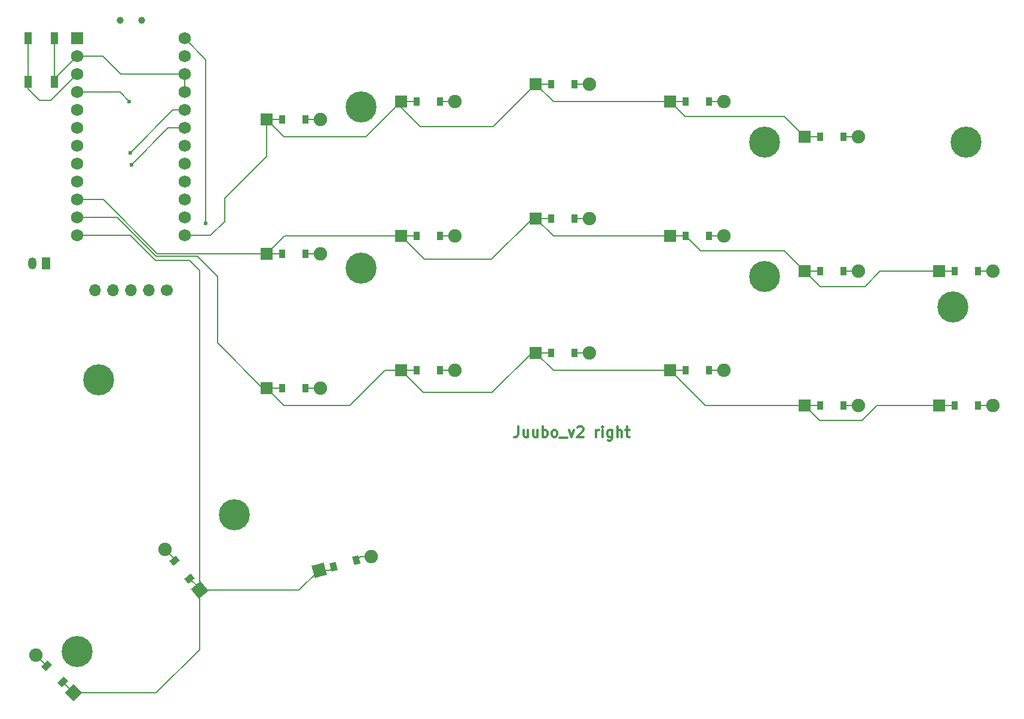
<source format=gbr>
%TF.GenerationSoftware,KiCad,Pcbnew,9.0.7*%
%TF.CreationDate,2026-02-08T22:38:48+02:00*%
%TF.ProjectId,juubo_right_unfinished,6a757562-6f5f-4726-9967-68745f756e66,v1.0.0*%
%TF.SameCoordinates,Original*%
%TF.FileFunction,Copper,L1,Top*%
%TF.FilePolarity,Positive*%
%FSLAX46Y46*%
G04 Gerber Fmt 4.6, Leading zero omitted, Abs format (unit mm)*
G04 Created by KiCad (PCBNEW 9.0.7) date 2026-02-08 22:38:48*
%MOMM*%
%LPD*%
G01*
G04 APERTURE LIST*
G04 Aperture macros list*
%AMRotRect*
0 Rectangle, with rotation*
0 The origin of the aperture is its center*
0 $1 length*
0 $2 width*
0 $3 Rotation angle, in degrees counterclockwise*
0 Add horizontal line*
21,1,$1,$2,0,0,$3*%
G04 Aperture macros list end*
%ADD10C,0.300000*%
%TA.AperFunction,NonConductor*%
%ADD11C,0.300000*%
%TD*%
%TA.AperFunction,WasherPad*%
%ADD12C,1.000000*%
%TD*%
%TA.AperFunction,SMDPad,CuDef*%
%ADD13R,1.100000X1.800000*%
%TD*%
%TA.AperFunction,ComponentPad*%
%ADD14C,0.700000*%
%TD*%
%TA.AperFunction,ComponentPad*%
%ADD15C,4.400000*%
%TD*%
%TA.AperFunction,ComponentPad*%
%ADD16R,1.778000X1.778000*%
%TD*%
%TA.AperFunction,SMDPad,CuDef*%
%ADD17R,0.900000X1.200000*%
%TD*%
%TA.AperFunction,ComponentPad*%
%ADD18C,1.905000*%
%TD*%
%TA.AperFunction,ComponentPad*%
%ADD19RotRect,1.778000X1.778000X130.000000*%
%TD*%
%TA.AperFunction,SMDPad,CuDef*%
%ADD20RotRect,0.900000X1.200000X130.000000*%
%TD*%
%TA.AperFunction,ComponentPad*%
%ADD21RotRect,1.778000X1.778000X135.000000*%
%TD*%
%TA.AperFunction,SMDPad,CuDef*%
%ADD22RotRect,0.900000X1.200000X135.000000*%
%TD*%
%TA.AperFunction,ComponentPad*%
%ADD23R,1.200000X1.700000*%
%TD*%
%TA.AperFunction,ComponentPad*%
%ADD24O,1.200000X1.700000*%
%TD*%
%TA.AperFunction,ComponentPad*%
%ADD25O,1.700000X1.700000*%
%TD*%
%TA.AperFunction,ComponentPad*%
%ADD26C,1.700000*%
%TD*%
%TA.AperFunction,ComponentPad*%
%ADD27R,1.752600X1.752600*%
%TD*%
%TA.AperFunction,ComponentPad*%
%ADD28C,1.752600*%
%TD*%
%TA.AperFunction,ComponentPad*%
%ADD29RotRect,1.778000X1.778000X15.000000*%
%TD*%
%TA.AperFunction,SMDPad,CuDef*%
%ADD30RotRect,0.900000X1.200000X15.000000*%
%TD*%
%TA.AperFunction,ViaPad*%
%ADD31C,0.600000*%
%TD*%
%TA.AperFunction,Conductor*%
%ADD32C,0.200000*%
%TD*%
G04 APERTURE END LIST*
D10*
D11*
X201423082Y-162340828D02*
X201423082Y-163412257D01*
X201423082Y-163412257D02*
X201351653Y-163626542D01*
X201351653Y-163626542D02*
X201208796Y-163769400D01*
X201208796Y-163769400D02*
X200994510Y-163840828D01*
X200994510Y-163840828D02*
X200851653Y-163840828D01*
X202780225Y-162840828D02*
X202780225Y-163840828D01*
X202137367Y-162840828D02*
X202137367Y-163626542D01*
X202137367Y-163626542D02*
X202208796Y-163769400D01*
X202208796Y-163769400D02*
X202351653Y-163840828D01*
X202351653Y-163840828D02*
X202565939Y-163840828D01*
X202565939Y-163840828D02*
X202708796Y-163769400D01*
X202708796Y-163769400D02*
X202780225Y-163697971D01*
X204137368Y-162840828D02*
X204137368Y-163840828D01*
X203494510Y-162840828D02*
X203494510Y-163626542D01*
X203494510Y-163626542D02*
X203565939Y-163769400D01*
X203565939Y-163769400D02*
X203708796Y-163840828D01*
X203708796Y-163840828D02*
X203923082Y-163840828D01*
X203923082Y-163840828D02*
X204065939Y-163769400D01*
X204065939Y-163769400D02*
X204137368Y-163697971D01*
X204851653Y-163840828D02*
X204851653Y-162340828D01*
X204851653Y-162912257D02*
X204994511Y-162840828D01*
X204994511Y-162840828D02*
X205280225Y-162840828D01*
X205280225Y-162840828D02*
X205423082Y-162912257D01*
X205423082Y-162912257D02*
X205494511Y-162983685D01*
X205494511Y-162983685D02*
X205565939Y-163126542D01*
X205565939Y-163126542D02*
X205565939Y-163555114D01*
X205565939Y-163555114D02*
X205494511Y-163697971D01*
X205494511Y-163697971D02*
X205423082Y-163769400D01*
X205423082Y-163769400D02*
X205280225Y-163840828D01*
X205280225Y-163840828D02*
X204994511Y-163840828D01*
X204994511Y-163840828D02*
X204851653Y-163769400D01*
X206423082Y-163840828D02*
X206280225Y-163769400D01*
X206280225Y-163769400D02*
X206208796Y-163697971D01*
X206208796Y-163697971D02*
X206137368Y-163555114D01*
X206137368Y-163555114D02*
X206137368Y-163126542D01*
X206137368Y-163126542D02*
X206208796Y-162983685D01*
X206208796Y-162983685D02*
X206280225Y-162912257D01*
X206280225Y-162912257D02*
X206423082Y-162840828D01*
X206423082Y-162840828D02*
X206637368Y-162840828D01*
X206637368Y-162840828D02*
X206780225Y-162912257D01*
X206780225Y-162912257D02*
X206851654Y-162983685D01*
X206851654Y-162983685D02*
X206923082Y-163126542D01*
X206923082Y-163126542D02*
X206923082Y-163555114D01*
X206923082Y-163555114D02*
X206851654Y-163697971D01*
X206851654Y-163697971D02*
X206780225Y-163769400D01*
X206780225Y-163769400D02*
X206637368Y-163840828D01*
X206637368Y-163840828D02*
X206423082Y-163840828D01*
X207208797Y-163983685D02*
X208351654Y-163983685D01*
X208565939Y-162840828D02*
X208923082Y-163840828D01*
X208923082Y-163840828D02*
X209280225Y-162840828D01*
X209780225Y-162483685D02*
X209851653Y-162412257D01*
X209851653Y-162412257D02*
X209994511Y-162340828D01*
X209994511Y-162340828D02*
X210351653Y-162340828D01*
X210351653Y-162340828D02*
X210494511Y-162412257D01*
X210494511Y-162412257D02*
X210565939Y-162483685D01*
X210565939Y-162483685D02*
X210637368Y-162626542D01*
X210637368Y-162626542D02*
X210637368Y-162769400D01*
X210637368Y-162769400D02*
X210565939Y-162983685D01*
X210565939Y-162983685D02*
X209708796Y-163840828D01*
X209708796Y-163840828D02*
X210637368Y-163840828D01*
X212423081Y-163840828D02*
X212423081Y-162840828D01*
X212423081Y-163126542D02*
X212494510Y-162983685D01*
X212494510Y-162983685D02*
X212565939Y-162912257D01*
X212565939Y-162912257D02*
X212708796Y-162840828D01*
X212708796Y-162840828D02*
X212851653Y-162840828D01*
X213351652Y-163840828D02*
X213351652Y-162840828D01*
X213351652Y-162340828D02*
X213280224Y-162412257D01*
X213280224Y-162412257D02*
X213351652Y-162483685D01*
X213351652Y-162483685D02*
X213423081Y-162412257D01*
X213423081Y-162412257D02*
X213351652Y-162340828D01*
X213351652Y-162340828D02*
X213351652Y-162483685D01*
X214708796Y-162840828D02*
X214708796Y-164055114D01*
X214708796Y-164055114D02*
X214637367Y-164197971D01*
X214637367Y-164197971D02*
X214565938Y-164269400D01*
X214565938Y-164269400D02*
X214423081Y-164340828D01*
X214423081Y-164340828D02*
X214208796Y-164340828D01*
X214208796Y-164340828D02*
X214065938Y-164269400D01*
X214708796Y-163769400D02*
X214565938Y-163840828D01*
X214565938Y-163840828D02*
X214280224Y-163840828D01*
X214280224Y-163840828D02*
X214137367Y-163769400D01*
X214137367Y-163769400D02*
X214065938Y-163697971D01*
X214065938Y-163697971D02*
X213994510Y-163555114D01*
X213994510Y-163555114D02*
X213994510Y-163126542D01*
X213994510Y-163126542D02*
X214065938Y-162983685D01*
X214065938Y-162983685D02*
X214137367Y-162912257D01*
X214137367Y-162912257D02*
X214280224Y-162840828D01*
X214280224Y-162840828D02*
X214565938Y-162840828D01*
X214565938Y-162840828D02*
X214708796Y-162912257D01*
X215423081Y-163840828D02*
X215423081Y-162340828D01*
X216065939Y-163840828D02*
X216065939Y-163055114D01*
X216065939Y-163055114D02*
X215994510Y-162912257D01*
X215994510Y-162912257D02*
X215851653Y-162840828D01*
X215851653Y-162840828D02*
X215637367Y-162840828D01*
X215637367Y-162840828D02*
X215494510Y-162912257D01*
X215494510Y-162912257D02*
X215423081Y-162983685D01*
X216565939Y-162840828D02*
X217137367Y-162840828D01*
X216780224Y-162340828D02*
X216780224Y-163626542D01*
X216780224Y-163626542D02*
X216851653Y-163769400D01*
X216851653Y-163769400D02*
X216994510Y-163840828D01*
X216994510Y-163840828D02*
X217137367Y-163840828D01*
D12*
%TO.P,T1,*%
%TO.N,*%
X145030000Y-104810500D03*
X148030000Y-104810500D03*
%TD*%
D13*
%TO.P,B1,1*%
%TO.N,GND*%
X135702500Y-107310000D03*
X135702500Y-113510000D03*
%TO.P,B1,2*%
%TO.N,RST*%
X132002500Y-107310000D03*
X132002500Y-113510000D03*
%TD*%
D14*
%TO.P,_9,1*%
%TO.N,N/C*%
X140307500Y-155710000D03*
X140790774Y-154543274D03*
X140790774Y-156876726D03*
X141957500Y-154060000D03*
D15*
X141957500Y-155710000D03*
D14*
X141957500Y-157360000D03*
X143124226Y-154543274D03*
X143124226Y-156876726D03*
X143607500Y-155710000D03*
%TD*%
D16*
%TO.P,D9,1*%
%TO.N,P16*%
X203870000Y-151900000D03*
D17*
X206030000Y-151900000D03*
%TO.P,D9,2*%
%TO.N,mirror_middle_bottom*%
X209330000Y-151900000D03*
D18*
X211490000Y-151900000D03*
%TD*%
D16*
%TO.P,D6,1*%
%TO.N,P16*%
X222920000Y-154400000D03*
D17*
X225080000Y-154400000D03*
%TO.P,D6,2*%
%TO.N,mirror_ring_bottom*%
X228380000Y-154400000D03*
D18*
X230540000Y-154400000D03*
%TD*%
D16*
%TO.P,D4,1*%
%TO.N,P14*%
X241970000Y-140350000D03*
D17*
X244130000Y-140350000D03*
%TO.P,D4,2*%
%TO.N,mirror_pinky_home*%
X247430000Y-140350000D03*
D18*
X249590000Y-140350000D03*
%TD*%
D16*
%TO.P,D16,1*%
%TO.N,P14*%
X165770000Y-137850000D03*
D17*
X167930000Y-137850000D03*
%TO.P,D16,2*%
%TO.N,mirror_inner_home*%
X171230000Y-137850000D03*
D18*
X173390000Y-137850000D03*
%TD*%
D16*
%TO.P,D15,1*%
%TO.N,P16*%
X165770000Y-156900000D03*
D17*
X167930000Y-156900000D03*
%TO.P,D15,2*%
%TO.N,mirror_inner_bottom*%
X171230000Y-156900000D03*
D18*
X173390000Y-156900000D03*
%TD*%
D16*
%TO.P,D13,1*%
%TO.N,P14*%
X184820000Y-135350000D03*
D17*
X186980000Y-135350000D03*
%TO.P,D13,2*%
%TO.N,mirror_index_home*%
X190280000Y-135350000D03*
D18*
X192440000Y-135350000D03*
%TD*%
D16*
%TO.P,D2,1*%
%TO.N,P14*%
X261020000Y-140350000D03*
D17*
X263180000Y-140350000D03*
%TO.P,D2,2*%
%TO.N,mirror_outer_home*%
X266480000Y-140350000D03*
D18*
X268640000Y-140350000D03*
%TD*%
D16*
%TO.P,D7,1*%
%TO.N,P14*%
X222920000Y-135350000D03*
D17*
X225080000Y-135350000D03*
%TO.P,D7,2*%
%TO.N,mirror_ring_home*%
X228380000Y-135350000D03*
D18*
X230540000Y-135350000D03*
%TD*%
D16*
%TO.P,D10,1*%
%TO.N,P14*%
X203870000Y-132850000D03*
D17*
X206030000Y-132850000D03*
%TO.P,D10,2*%
%TO.N,mirror_middle_home*%
X209330000Y-132850000D03*
D18*
X211490000Y-132850000D03*
%TD*%
D16*
%TO.P,D3,1*%
%TO.N,P16*%
X241970000Y-159400000D03*
D17*
X244130000Y-159400000D03*
%TO.P,D3,2*%
%TO.N,mirror_pinky_bottom*%
X247430000Y-159400000D03*
D18*
X249590000Y-159400000D03*
%TD*%
D16*
%TO.P,D8,1*%
%TO.N,P9*%
X222920000Y-116300000D03*
D17*
X225080000Y-116300000D03*
%TO.P,D8,2*%
%TO.N,mirror_ring_top*%
X228380000Y-116300000D03*
D18*
X230540000Y-116300000D03*
%TD*%
D14*
%TO.P,_4,1*%
%TO.N,N/C*%
X177455000Y-117015000D03*
X177938274Y-115848274D03*
X177938274Y-118181726D03*
X179105000Y-115365000D03*
D15*
X179105000Y-117015000D03*
D14*
X179105000Y-118665000D03*
X180271726Y-115848274D03*
X180271726Y-118181726D03*
X180755000Y-117015000D03*
%TD*%
D19*
%TO.P,D19,1*%
%TO.N,P10*%
X156248588Y-185587598D03*
D20*
X154860167Y-183932942D03*
%TO.P,D19,2*%
%TO.N,mirror_space_cluster*%
X152738967Y-181404996D03*
D18*
X151350546Y-179750340D03*
%TD*%
D14*
%TO.P,_2,1*%
%TO.N,N/C*%
X263180000Y-122015000D03*
X263663274Y-120848274D03*
X263663274Y-123181726D03*
X264830000Y-120365000D03*
D15*
X264830000Y-122015000D03*
D14*
X264830000Y-123665000D03*
X265996726Y-120848274D03*
X265996726Y-123181726D03*
X266480000Y-122015000D03*
%TD*%
D16*
%TO.P,D1,1*%
%TO.N,P16*%
X261020000Y-159400000D03*
D17*
X263180000Y-159400000D03*
%TO.P,D1,2*%
%TO.N,mirror_outer_bottom*%
X266480000Y-159400000D03*
D18*
X268640000Y-159400000D03*
%TD*%
D14*
%TO.P,_3,1*%
%TO.N,N/C*%
X234605000Y-122015000D03*
X235088274Y-120848274D03*
X235088274Y-123181726D03*
X236255000Y-120365000D03*
D15*
X236255000Y-122015000D03*
D14*
X236255000Y-123665000D03*
X237421726Y-120848274D03*
X237421726Y-123181726D03*
X237905000Y-122015000D03*
%TD*%
%TO.P,_7,1*%
%TO.N,N/C*%
X140126714Y-195421840D03*
X138959988Y-195905114D03*
X140609988Y-194255114D03*
X137793262Y-195421840D03*
D15*
X138959988Y-194255114D03*
D14*
X140126714Y-193088388D03*
X137309988Y-194255114D03*
X138959988Y-192605114D03*
X137793262Y-193088388D03*
%TD*%
D16*
%TO.P,D17,1*%
%TO.N,P9*%
X165770000Y-118800000D03*
D17*
X167930000Y-118800000D03*
%TO.P,D17,2*%
%TO.N,mirror_inner_top*%
X171230000Y-118800000D03*
D18*
X173390000Y-118800000D03*
%TD*%
D16*
%TO.P,D12,1*%
%TO.N,P16*%
X184820000Y-154400000D03*
D17*
X186980000Y-154400000D03*
%TO.P,D12,2*%
%TO.N,mirror_index_bottom*%
X190280000Y-154400000D03*
D18*
X192440000Y-154400000D03*
%TD*%
D14*
%TO.P,_5,1*%
%TO.N,N/C*%
X234605000Y-141065000D03*
X235088274Y-139898274D03*
X235088274Y-142231726D03*
X236255000Y-139415000D03*
D15*
X236255000Y-141065000D03*
D14*
X236255000Y-142715000D03*
X237421726Y-139898274D03*
X237421726Y-142231726D03*
X237905000Y-141065000D03*
%TD*%
%TO.P,_1,1*%
%TO.N,N/C*%
X261275000Y-145446500D03*
X261758274Y-144279774D03*
X261758274Y-146613226D03*
X262925000Y-143796500D03*
D15*
X262925000Y-145446500D03*
D14*
X262925000Y-147096500D03*
X264091726Y-144279774D03*
X264091726Y-146613226D03*
X264575000Y-145446500D03*
%TD*%
D21*
%TO.P,D20,1*%
%TO.N,P10*%
X138454407Y-200148849D03*
D22*
X136927056Y-198621498D03*
%TO.P,D20,2*%
%TO.N,mirror_extra_cluster*%
X134593604Y-196288046D03*
D18*
X133066253Y-194760695D03*
%TD*%
D23*
%TO.P,JST1,1*%
%TO.N,B+*%
X134530000Y-139222500D03*
D24*
%TO.P,JST1,2*%
%TO.N,GND*%
X132530000Y-139222500D03*
%TD*%
D25*
%TO.P,DISP1,1*%
%TO.N,P2*%
X141450000Y-143025000D03*
%TO.P,DISP1,2*%
%TO.N,P3*%
X143990000Y-143025000D03*
%TO.P,DISP1,3*%
%TO.N,VCC*%
X146530000Y-143025000D03*
%TO.P,DISP1,4*%
%TO.N,GND*%
X149070000Y-143025000D03*
D26*
%TO.P,DISP1,5*%
%TO.N,P1*%
X151610000Y-143025000D03*
%TD*%
D16*
%TO.P,D11,1*%
%TO.N,P9*%
X203870000Y-113800000D03*
D17*
X206030000Y-113800000D03*
%TO.P,D11,2*%
%TO.N,mirror_middle_top*%
X209330000Y-113800000D03*
D18*
X211490000Y-113800000D03*
%TD*%
D14*
%TO.P,_8,1*%
%TO.N,N/C*%
X177455000Y-139875000D03*
X177938274Y-138708274D03*
X177938274Y-141041726D03*
X179105000Y-138225000D03*
D15*
X179105000Y-139875000D03*
D14*
X179105000Y-141525000D03*
X180271726Y-138708274D03*
X180271726Y-141041726D03*
X180755000Y-139875000D03*
%TD*%
D16*
%TO.P,D14,1*%
%TO.N,P9*%
X184820000Y-116300000D03*
D17*
X186980000Y-116300000D03*
%TO.P,D14,2*%
%TO.N,mirror_index_top*%
X190280000Y-116300000D03*
D18*
X192440000Y-116300000D03*
%TD*%
D16*
%TO.P,D5,1*%
%TO.N,P9*%
X241970000Y-121300000D03*
D17*
X244130000Y-121300000D03*
%TO.P,D5,2*%
%TO.N,mirror_pinky_top*%
X247430000Y-121300000D03*
D18*
X249590000Y-121300000D03*
%TD*%
D27*
%TO.P,MCU1,1*%
%TO.N,RAW*%
X138910000Y-107355000D03*
D28*
%TO.P,MCU1,2*%
%TO.N,GND*%
X138910000Y-109895000D03*
%TO.P,MCU1,3*%
%TO.N,RST*%
X138910000Y-112435000D03*
%TO.P,MCU1,4*%
%TO.N,VCC*%
X138910000Y-114975000D03*
%TO.P,MCU1,5*%
%TO.N,P21*%
X138910000Y-117515000D03*
%TO.P,MCU1,6*%
%TO.N,P20*%
X138910000Y-120055000D03*
%TO.P,MCU1,7*%
%TO.N,P19*%
X138910000Y-122595000D03*
%TO.P,MCU1,8*%
%TO.N,P18*%
X138910000Y-125135000D03*
%TO.P,MCU1,9*%
%TO.N,P15*%
X138910000Y-127675000D03*
%TO.P,MCU1,10*%
%TO.N,P14*%
X138910000Y-130215000D03*
%TO.P,MCU1,11*%
%TO.N,P16*%
X138910000Y-132755000D03*
%TO.P,MCU1,12*%
%TO.N,P10*%
X138910000Y-135295000D03*
%TO.P,MCU1,13*%
%TO.N,P1*%
X154150000Y-107355000D03*
%TO.P,MCU1,14*%
%TO.N,P0*%
X154150000Y-109895000D03*
%TO.P,MCU1,15*%
%TO.N,GND*%
X154150000Y-112435000D03*
%TO.P,MCU1,16*%
X154150000Y-114975000D03*
%TO.P,MCU1,17*%
%TO.N,P2*%
X154150000Y-117515000D03*
%TO.P,MCU1,18*%
%TO.N,P3*%
X154150000Y-120055000D03*
%TO.P,MCU1,19*%
%TO.N,P4*%
X154150000Y-122595000D03*
%TO.P,MCU1,20*%
%TO.N,P5*%
X154150000Y-125135000D03*
%TO.P,MCU1,21*%
%TO.N,P6*%
X154150000Y-127675000D03*
%TO.P,MCU1,22*%
%TO.N,P7*%
X154150000Y-130215000D03*
%TO.P,MCU1,23*%
%TO.N,P8*%
X154150000Y-132755000D03*
%TO.P,MCU1,24*%
%TO.N,P9*%
X154150000Y-135295000D03*
%TD*%
D29*
%TO.P,D18,1*%
%TO.N,P10*%
X173193918Y-182765731D03*
D30*
X175280317Y-182206679D03*
%TO.P,D18,2*%
%TO.N,mirror_layer_cluster*%
X178467873Y-181352579D03*
D18*
X180554272Y-180793527D03*
%TD*%
D14*
%TO.P,_6,1*%
%TO.N,N/C*%
X159626450Y-175308136D03*
X159791286Y-174056086D03*
X160395228Y-176310028D03*
X161647278Y-176474864D03*
D15*
X161220228Y-174881086D03*
D14*
X160793178Y-173287308D03*
X162045228Y-173452144D03*
X162649170Y-175706086D03*
X162814006Y-174454036D03*
%TD*%
D31*
%TO.N,P2*%
X146420000Y-123590000D03*
%TO.N,P3*%
X146600000Y-125240000D03*
%TO.N,VCC*%
X146320000Y-116300000D03*
%TO.N,P1*%
X157120000Y-133600000D03*
%TD*%
D32*
%TO.N,P2*%
X146420000Y-123590000D02*
X152495000Y-117515000D01*
X152495000Y-117515000D02*
X154150000Y-117515000D01*
%TO.N,P3*%
X151785000Y-120055000D02*
X154150000Y-120055000D01*
X146600000Y-125240000D02*
X151785000Y-120055000D01*
%TO.N,VCC*%
X144995000Y-114975000D02*
X138910000Y-114975000D01*
X146320000Y-116300000D02*
X144995000Y-114975000D01*
%TO.N,GND*%
X135702500Y-113510000D02*
X135702500Y-107310000D01*
X145125000Y-112435000D02*
X154150000Y-112435000D01*
X142585000Y-109895000D02*
X145125000Y-112435000D01*
X154150000Y-114975000D02*
X154150000Y-112435000D01*
X135702500Y-113102500D02*
X135702500Y-113510000D01*
X138910000Y-109895000D02*
X142585000Y-109895000D01*
X138910000Y-109895000D02*
X135702500Y-113102500D01*
%TO.N,P1*%
X157120000Y-110325000D02*
X154150000Y-107355000D01*
X157120000Y-133600000D02*
X157120000Y-110325000D01*
%TO.N,mirror_outer_bottom*%
X266480000Y-159400000D02*
X268640000Y-159400000D01*
%TO.N,mirror_outer_home*%
X268640000Y-140350000D02*
X266480000Y-140350000D01*
%TO.N,mirror_pinky_bottom*%
X249590000Y-159400000D02*
X247430000Y-159400000D01*
%TO.N,mirror_pinky_home*%
X247430000Y-140350000D02*
X249590000Y-140350000D01*
%TO.N,mirror_pinky_top*%
X249590000Y-121300000D02*
X247430000Y-121300000D01*
%TO.N,mirror_ring_bottom*%
X230540000Y-154400000D02*
X228380000Y-154400000D01*
%TO.N,mirror_ring_home*%
X230540000Y-135350000D02*
X228380000Y-135350000D01*
%TO.N,mirror_ring_top*%
X228380000Y-116300000D02*
X230540000Y-116300000D01*
%TO.N,mirror_middle_bottom*%
X209330000Y-151900000D02*
X211490000Y-151900000D01*
%TO.N,mirror_middle_home*%
X211490000Y-132850000D02*
X209330000Y-132850000D01*
%TO.N,mirror_middle_top*%
X209330000Y-113800000D02*
X211490000Y-113800000D01*
%TO.N,mirror_index_bottom*%
X192440000Y-154400000D02*
X190280000Y-154400000D01*
%TO.N,mirror_index_home*%
X190280000Y-135350000D02*
X192440000Y-135350000D01*
%TO.N,mirror_index_top*%
X192440000Y-116300000D02*
X190280000Y-116300000D01*
%TO.N,mirror_inner_bottom*%
X171230000Y-156900000D02*
X173390000Y-156900000D01*
%TO.N,mirror_inner_home*%
X173390000Y-137850000D02*
X171230000Y-137850000D01*
%TO.N,mirror_inner_top*%
X173390000Y-118800000D02*
X171230000Y-118800000D01*
%TO.N,mirror_layer_cluster*%
X180554272Y-180793528D02*
X179026923Y-180793528D01*
X179026923Y-180793528D02*
X178467873Y-181352578D01*
%TO.N,mirror_space_cluster*%
X151350546Y-179750340D02*
X152738967Y-181138761D01*
X152738967Y-181138761D02*
X152738967Y-181404996D01*
%TO.N,mirror_extra_cluster*%
X133066253Y-194760695D02*
X134593604Y-196288046D01*
%TO.N,P16*%
X144595000Y-132755000D02*
X138910000Y-132755000D01*
X225080000Y-154400000D02*
X222920000Y-154400000D01*
X158810000Y-150530000D02*
X158810000Y-141130000D01*
X244130000Y-159400000D02*
X241970000Y-159400000D01*
X182500000Y-154400000D02*
X184820000Y-154400000D01*
X250130000Y-161510000D02*
X252240000Y-159400000D01*
X165770000Y-156900000D02*
X168250000Y-159380000D01*
X261020000Y-159400000D02*
X263180000Y-159400000D01*
X206370000Y-154400000D02*
X222920000Y-154400000D01*
X244080000Y-161510000D02*
X250130000Y-161510000D01*
X177520000Y-159380000D02*
X182500000Y-154400000D01*
X184820000Y-154400000D02*
X187960000Y-157540000D01*
X165770000Y-156900000D02*
X167930000Y-156900000D01*
X155931000Y-138251000D02*
X150091000Y-138251000D01*
X222920000Y-154400000D02*
X227920000Y-159400000D01*
X227920000Y-159400000D02*
X241970000Y-159400000D01*
X203870000Y-151900000D02*
X206030000Y-151900000D01*
X203870000Y-151900000D02*
X206370000Y-154400000D01*
X252240000Y-159400000D02*
X261020000Y-159400000D01*
X203320000Y-151900000D02*
X203870000Y-151900000D01*
X186980000Y-154400000D02*
X184820000Y-154400000D01*
X150091000Y-138251000D02*
X144595000Y-132755000D01*
X165770000Y-156900000D02*
X165180000Y-156900000D01*
X187960000Y-157540000D02*
X197680000Y-157540000D01*
X165180000Y-156900000D02*
X158810000Y-150530000D01*
X168250000Y-159380000D02*
X177520000Y-159380000D01*
X158810000Y-141130000D02*
X155931000Y-138251000D01*
X197680000Y-157540000D02*
X203320000Y-151900000D01*
X241970000Y-159400000D02*
X244080000Y-161510000D01*
%TO.N,P14*%
X150290000Y-137850000D02*
X142655000Y-130215000D01*
X184820000Y-135350000D02*
X186980000Y-135350000D01*
X241970000Y-140350000D02*
X244130000Y-140350000D01*
X206030000Y-132850000D02*
X203870000Y-132850000D01*
X241970000Y-140350000D02*
X244150000Y-142530000D01*
X203870000Y-132850000D02*
X206370000Y-135350000D01*
X227220000Y-137490000D02*
X239110000Y-137490000D01*
X168270000Y-135350000D02*
X184820000Y-135350000D01*
X263180000Y-140350000D02*
X261020000Y-140350000D01*
X165770000Y-137850000D02*
X150290000Y-137850000D01*
X252660000Y-140350000D02*
X261020000Y-140350000D01*
X184820000Y-135350000D02*
X188140000Y-138670000D01*
X250480000Y-142530000D02*
X252660000Y-140350000D01*
X225080000Y-135350000D02*
X222920000Y-135350000D01*
X206370000Y-135350000D02*
X222920000Y-135350000D01*
X165770000Y-137850000D02*
X168270000Y-135350000D01*
X188140000Y-138670000D02*
X197590000Y-138670000D01*
X167930000Y-137850000D02*
X165770000Y-137850000D01*
X197590000Y-138670000D02*
X203410000Y-132850000D01*
X203410000Y-132850000D02*
X203870000Y-132850000D01*
X244150000Y-142530000D02*
X250480000Y-142530000D01*
X239110000Y-137490000D02*
X241970000Y-140350000D01*
X142655000Y-130215000D02*
X138910000Y-130215000D01*
X225080000Y-135350000D02*
X227220000Y-137490000D01*
%TO.N,P9*%
X186980000Y-116300000D02*
X184820000Y-116300000D01*
X165770000Y-118800000D02*
X165770000Y-124070000D01*
X222920000Y-116300000D02*
X224990000Y-118370000D01*
X168250000Y-121280000D02*
X179840000Y-121280000D01*
X159810000Y-130030000D02*
X159810000Y-133300000D01*
X184820000Y-117110000D02*
X187520000Y-119810000D01*
X197860000Y-119810000D02*
X203870000Y-113800000D01*
X167930000Y-118800000D02*
X165770000Y-118800000D01*
X165770000Y-124070000D02*
X159810000Y-130030000D01*
X157815000Y-135295000D02*
X154150000Y-135295000D01*
X159810000Y-133300000D02*
X157815000Y-135295000D01*
X206370000Y-116300000D02*
X222920000Y-116300000D01*
X187520000Y-119810000D02*
X197860000Y-119810000D01*
X222920000Y-116300000D02*
X225080000Y-116300000D01*
X165770000Y-118800000D02*
X168250000Y-121280000D01*
X203870000Y-113800000D02*
X206030000Y-113800000D01*
X203870000Y-113800000D02*
X206370000Y-116300000D01*
X244130000Y-121300000D02*
X241970000Y-121300000D01*
X224990000Y-118370000D02*
X239040000Y-118370000D01*
X179840000Y-121280000D02*
X184820000Y-116300000D01*
X239040000Y-118370000D02*
X241970000Y-121300000D01*
X184820000Y-116300000D02*
X184820000Y-117110000D01*
%TO.N,P10*%
X136927056Y-198621498D02*
X138454407Y-200148849D01*
X175280317Y-182206680D02*
X174721267Y-182765730D01*
X156248588Y-185321363D02*
X156248588Y-185587598D01*
X174721267Y-182765730D02*
X173193918Y-182765730D01*
X156248588Y-185587598D02*
X170372050Y-185587598D01*
X156248588Y-140218588D02*
X154820000Y-138790000D01*
X156248588Y-194031412D02*
X156248588Y-185587598D01*
X170372050Y-185587598D02*
X173193918Y-182765730D01*
X150131151Y-200148849D02*
X156248588Y-194031412D01*
X149990000Y-138790000D02*
X146495000Y-135295000D01*
X138454407Y-200148849D02*
X150131151Y-200148849D01*
X154820000Y-138790000D02*
X149990000Y-138790000D01*
X146495000Y-135295000D02*
X138910000Y-135295000D01*
X154860167Y-183932942D02*
X156248588Y-185321363D01*
X156248588Y-185587598D02*
X156248588Y-140218588D01*
%TO.N,RST*%
X132002500Y-114542500D02*
X133600000Y-116140000D01*
X132002500Y-113510000D02*
X132002500Y-107310000D01*
X132002500Y-113510000D02*
X132002500Y-114542500D01*
X135205000Y-116140000D02*
X138910000Y-112435000D01*
X133600000Y-116140000D02*
X135205000Y-116140000D01*
%TD*%
M02*

</source>
